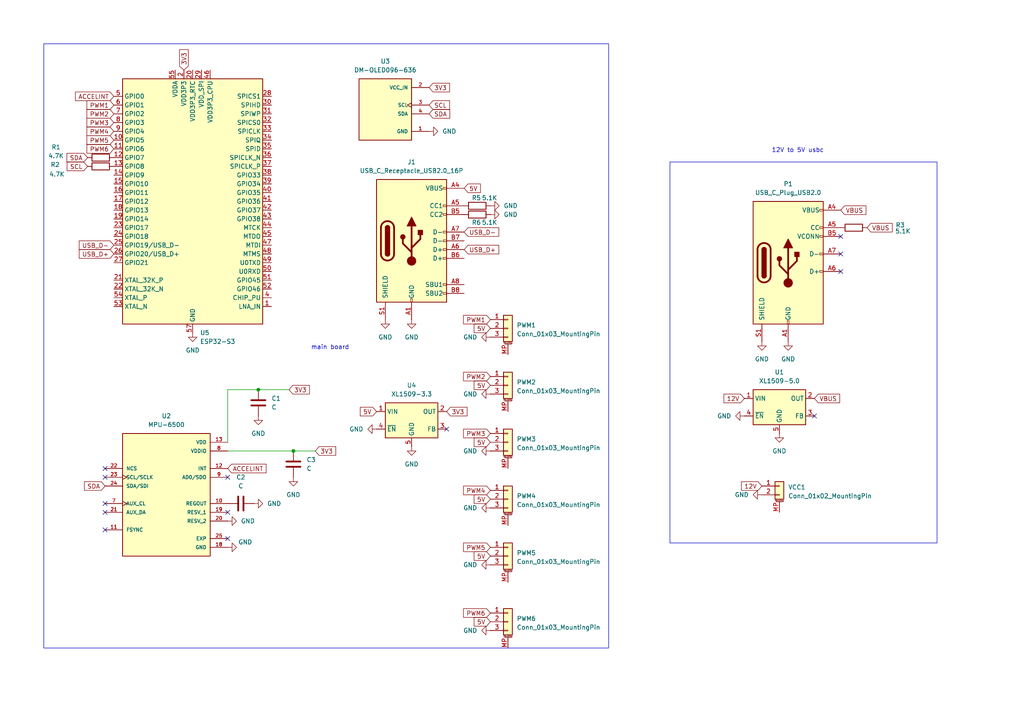
<source format=kicad_sch>
(kicad_sch (version 20250114) (generator "eeschema") (generator_version "9.0")
  (paper "A4")
  (lib_symbols
    (symbol "Connector:USB_C_Plug_USB2.0" (pin_names (offset 1.016))
      (property "Reference" "P" (at -10.16 19.05 0))
      (property "Value" "USB_C_Plug_USB2.0" (at 12.7 19.05 0))
      (symbol "USB_C_Plug_USB2.0_0_0"
        (rectangle (start -0.254 -17.78) (end 0.254 -16.764))
        (rectangle (start 10.16 15.494) (end 9.144 14.986))
        (rectangle (start 10.16 10.414) (end 9.144 9.906))
        (rectangle (start 10.16 7.874) (end 9.144 7.366))
        (rectangle (start 10.16 2.794) (end 9.144 2.286))
        (rectangle (start 10.16 -2.286) (end 9.144 -2.794))
      )
      (symbol "USB_C_Plug_USB2.0_0_1"
        (rectangle (start -10.16 17.78) (end 10.16 -17.78) (stroke (width 0.254)) (fill (type background)))
        (polyline (pts (xy -8.89 -3.81) (xy -8.89 3.81)) (stroke (width 0.508)))
        (rectangle (start -7.62 -3.81) (end -6.35 3.81) (stroke (width 0.254)) (fill (type outline)))
        (arc (start -7.62 3.81) (mid -6.985 4.4423) (end -6.35 3.81) (stroke (width 0.254)))
        (arc (start -7.62 3.81) (mid -6.985 4.4423) (end -6.35 3.81) (stroke (width 0.254)) (fill (type outline)))
        (arc (start -8.89 3.81) (mid -6.985 5.7067) (end -5.08 3.81) (stroke (width 0.508)))
        (arc (start -5.08 -3.81) (mid -6.985 -5.7067) (end -8.89 -3.81) (stroke (width 0.508)))
        (arc (start -6.35 -3.81) (mid -6.985 -4.4423) (end -7.62 -3.81) (stroke (width 0.254)))
        (arc (start -6.35 -3.81) (mid -6.985 -4.4423) (end -7.62 -3.81) (stroke (width 0.254)) (fill (type outline)))
        (polyline (pts (xy -5.08 3.81) (xy -5.08 -3.81)) (stroke (width 0.508)))
        (circle (center -2.54 1.143) (radius 0.635) (stroke (width 0.254)) (fill (type outline)))
        (polyline (pts (xy -1.27 4.318) (xy 0 6.858) (xy 1.27 4.318) (xy -1.27 4.318)) (stroke (width 0.254)) (fill (type outline)))
        (polyline (pts (xy 0 -2.032) (xy 2.54 0.508) (xy 2.54 1.778)) (stroke (width 0.508)))
        (polyline (pts (xy 0 -3.302) (xy -2.54 -0.762) (xy -2.54 0.508)) (stroke (width 0.508)))
        (polyline (pts (xy 0 -5.842) (xy 0 4.318)) (stroke (width 0.508)))
        (circle (center 0 -5.842) (radius 1.27) (fill (type outline)))
        (rectangle (start 1.905 1.778) (end 3.175 3.048) (stroke (width 0.254)) (fill (type outline)))
      )
      (symbol "USB_C_Plug_USB2.0_1_1"
        (pin passive line (at -7.62 -22.86 90) (length 5.08) (name "SHIELD") (number "S1"))
        (pin passive line (at 0 -22.86 90) (length 5.08) (name "GND") (number "A1"))
        (pin passive line (at 0 -22.86 90) (length 5.08) (hide yes) (name "GND") (number "A12"))
        (pin passive line (at 0 -22.86 90) (length 5.08) (hide yes) (name "GND") (number "B1"))
        (pin passive line (at 0 -22.86 90) (length 5.08) (hide yes) (name "GND") (number "B12"))
        (pin passive line (at 15.24 15.24 180) (length 5.08) (name "VBUS") (number "A4"))
        (pin passive line (at 15.24 15.24 180) (length 5.08) (hide yes) (name "VBUS") (number "A9"))
        (pin passive line (at 15.24 15.24 180) (length 5.08) (hide yes) (name "VBUS") (number "B4"))
        (pin passive line (at 15.24 15.24 180) (length 5.08) (hide yes) (name "VBUS") (number "B9"))
        (pin bidirectional line (at 15.24 10.16 180) (length 5.08) (name "CC") (number "A5"))
        (pin bidirectional line (at 15.24 7.62 180) (length 5.08) (name "VCONN") (number "B5"))
        (pin bidirectional line (at 15.24 2.54 180) (length 5.08) (name "D-") (number "A7"))
        (pin bidirectional line (at 15.24 -2.54 180) (length 5.08) (name "D+") (number "A6"))
      )
    )
    (symbol "Connector:USB_C_Receptacle_USB2.0_16P" (pin_names (offset 1.016))
      (property "Reference" "J" (at 0 22.225 0))
      (property "Value" "USB_C_Receptacle_USB2.0_16P" (at 0 19.685 0))
      (symbol "USB_C_Receptacle_USB2.0_16P_0_0"
        (rectangle (start -0.254 -17.78) (end 0.254 -16.764))
        (rectangle (start 10.16 15.494) (end 9.144 14.986))
        (rectangle (start 10.16 10.414) (end 9.144 9.906))
        (rectangle (start 10.16 7.874) (end 9.144 7.366))
        (rectangle (start 10.16 2.794) (end 9.144 2.286))
        (rectangle (start 10.16 0.254) (end 9.144 -0.254))
        (rectangle (start 10.16 -2.286) (end 9.144 -2.794))
        (rectangle (start 10.16 -4.826) (end 9.144 -5.334))
        (rectangle (start 10.16 -12.446) (end 9.144 -12.954))
        (rectangle (start 10.16 -14.986) (end 9.144 -15.494))
      )
      (symbol "USB_C_Receptacle_USB2.0_16P_0_1"
        (rectangle (start -10.16 17.78) (end 10.16 -17.78) (stroke (width 0.254)) (fill (type background)))
        (polyline (pts (xy -8.89 -3.81) (xy -8.89 3.81)) (stroke (width 0.508)))
        (rectangle (start -7.62 -3.81) (end -6.35 3.81) (stroke (width 0.254)) (fill (type outline)))
        (arc (start -7.62 3.81) (mid -6.985 4.4423) (end -6.35 3.81) (stroke (width 0.254)))
        (arc (start -7.62 3.81) (mid -6.985 4.4423) (end -6.35 3.81) (stroke (width 0.254)) (fill (type outline)))
        (arc (start -8.89 3.81) (mid -6.985 5.7067) (end -5.08 3.81) (stroke (width 0.508)))
        (arc (start -5.08 -3.81) (mid -6.985 -5.7067) (end -8.89 -3.81) (stroke (width 0.508)))
        (arc (start -6.35 -3.81) (mid -6.985 -4.4423) (end -7.62 -3.81) (stroke (width 0.254)))
        (arc (start -6.35 -3.81) (mid -6.985 -4.4423) (end -7.62 -3.81) (stroke (width 0.254)) (fill (type outline)))
        (polyline (pts (xy -5.08 3.81) (xy -5.08 -3.81)) (stroke (width 0.508)))
        (circle (center -2.54 1.143) (radius 0.635) (stroke (width 0.254)) (fill (type outline)))
        (polyline (pts (xy -1.27 4.318) (xy 0 6.858) (xy 1.27 4.318) (xy -1.27 4.318)) (stroke (width 0.254)) (fill (type outline)))
        (polyline (pts (xy 0 -2.032) (xy 2.54 0.508) (xy 2.54 1.778)) (stroke (width 0.508)))
        (polyline (pts (xy 0 -3.302) (xy -2.54 -0.762) (xy -2.54 0.508)) (stroke (width 0.508)))
        (polyline (pts (xy 0 -5.842) (xy 0 4.318)) (stroke (width 0.508)))
        (circle (center 0 -5.842) (radius 1.27) (fill (type outline)))
        (rectangle (start 1.905 1.778) (end 3.175 3.048) (stroke (width 0.254)) (fill (type outline)))
      )
      (symbol "USB_C_Receptacle_USB2.0_16P_1_1"
        (pin passive line (at -7.62 -22.86 90) (length 5.08) (name "SHIELD") (number "S1"))
        (pin passive line (at 0 -22.86 90) (length 5.08) (name "GND") (number "A1"))
        (pin passive line (at 0 -22.86 90) (length 5.08) (hide yes) (name "GND") (number "A12"))
        (pin passive line (at 0 -22.86 90) (length 5.08) (hide yes) (name "GND") (number "B1"))
        (pin passive line (at 0 -22.86 90) (length 5.08) (hide yes) (name "GND") (number "B12"))
        (pin passive line (at 15.24 15.24 180) (length 5.08) (name "VBUS") (number "A4"))
        (pin passive line (at 15.24 15.24 180) (length 5.08) (hide yes) (name "VBUS") (number "A9"))
        (pin passive line (at 15.24 15.24 180) (length 5.08) (hide yes) (name "VBUS") (number "B4"))
        (pin passive line (at 15.24 15.24 180) (length 5.08) (hide yes) (name "VBUS") (number "B9"))
        (pin bidirectional line (at 15.24 10.16 180) (length 5.08) (name "CC1") (number "A5"))
        (pin bidirectional line (at 15.24 7.62 180) (length 5.08) (name "CC2") (number "B5"))
        (pin bidirectional line (at 15.24 2.54 180) (length 5.08) (name "D-") (number "A7"))
        (pin bidirectional line (at 15.24 0 180) (length 5.08) (name "D-") (number "B7"))
        (pin bidirectional line (at 15.24 -2.54 180) (length 5.08) (name "D+") (number "A6"))
        (pin bidirectional line (at 15.24 -5.08 180) (length 5.08) (name "D+") (number "B6"))
        (pin bidirectional line (at 15.24 -12.7 180) (length 5.08) (name "SBU1") (number "A8"))
        (pin bidirectional line (at 15.24 -15.24 180) (length 5.08) (name "SBU2") (number "B8"))
      )
    )
    (symbol "Connector_Generic_MountingPin:Conn_01x02_MountingPin" (pin_names (offset 1.016) (hide yes))
      (property "Reference" "J" (at 0 2.54 0))
      (property "Value" "Conn_01x02_MountingPin" (at 1.27 -5.08 0))
      (symbol "Conn_01x02_MountingPin_1_1"
        (rectangle (start -1.27 1.27) (end 1.27 -3.81) (stroke (width 0.254)) (fill (type background)))
        (rectangle (start -1.27 0.127) (end 0 -0.127) (stroke (width 0.1524)))
        (rectangle (start -1.27 -2.413) (end 0 -2.667) (stroke (width 0.1524)))
        (polyline (pts (xy -1.016 -4.572) (xy 1.016 -4.572)) (stroke (width 0.1524)))
        (text "Mounting" (at 0 -4.191 0) (effects (font (size 0.381 0.381))))
        (pin passive line (at -5.08 0 0) (length 3.81) (name "Pin_1") (number "1"))
        (pin passive line (at -5.08 -2.54 0) (length 3.81) (name "Pin_2") (number "2"))
        (pin passive line (at 0 -7.62 90) (length 3.048) (name "MountPin") (number "MP"))
      )
    )
    (symbol "Connector_Generic_MountingPin:Conn_01x03_MountingPin" (pin_names (offset 1.016) (hide yes))
      (property "Reference" "J" (at 0 5.08 0))
      (property "Value" "Conn_01x03_MountingPin" (at 1.27 -5.08 0))
      (symbol "Conn_01x03_MountingPin_1_1"
        (rectangle (start -1.27 3.81) (end 1.27 -3.81) (stroke (width 0.254)) (fill (type background)))
        (rectangle (start -1.27 2.667) (end 0 2.413) (stroke (width 0.1524)))
        (rectangle (start -1.27 0.127) (end 0 -0.127) (stroke (width 0.1524)))
        (rectangle (start -1.27 -2.413) (end 0 -2.667) (stroke (width 0.1524)))
        (polyline (pts (xy -1.016 -4.572) (xy 1.016 -4.572)) (stroke (width 0.1524)))
        (text "Mounting" (at 0 -4.191 0) (effects (font (size 0.381 0.381))))
        (pin passive line (at -5.08 2.54 0) (length 3.81) (name "Pin_1") (number "1"))
        (pin passive line (at -5.08 0 0) (length 3.81) (name "Pin_2") (number "2"))
        (pin passive line (at -5.08 -2.54 0) (length 3.81) (name "Pin_3") (number "3"))
        (pin passive line (at 0 -7.62 90) (length 3.048) (name "MountPin") (number "MP"))
      )
    )
    (symbol "DM-OLED096-636:DM-OLED096-636" (pin_names (offset 1.016))
      (property "Reference" "U" (at -7.62 10.922 0))
      (property "Value" "DM-OLED096-636" (at -7.62 -10.16 0))
      (symbol "DM-OLED096-636_0_0"
        (rectangle (start -7.62 -7.62) (end 7.62 10.16) (stroke (width 0.254)) (fill (type background)))
        (pin power_in line (at 12.7 7.62 180) (length 5.08) (name "VCC_IN") (number "2"))
        (pin input clock (at 12.7 2.54 180) (length 5.08) (name "SCL") (number "3"))
        (pin bidirectional line (at 12.7 0 180) (length 5.08) (name "SDA") (number "4"))
        (pin power_in line (at 12.7 -5.08 180) (length 5.08) (name "GND") (number "1"))
      )
    )
    (symbol "Device:C" (pin_numbers (hide yes)) (pin_names (offset 0.254))
      (property "Reference" "C" (at 0.635 2.54 0))
      (property "Value" "C" (at 0.635 -2.54 0))
      (symbol "C_0_1"
        (polyline (pts (xy -2.032 0.762) (xy 2.032 0.762)) (stroke (width 0.508)))
        (polyline (pts (xy -2.032 -0.762) (xy 2.032 -0.762)) (stroke (width 0.508)))
      )
      (symbol "C_1_1"
        (pin passive line (at 0 3.81 270) (length 2.794) (name "~") (number "1"))
        (pin passive line (at 0 -3.81 90) (length 2.794) (name "~") (number "2"))
      )
    )
    (symbol "Device:R" (pin_numbers (hide yes)) (pin_names (offset 0))
      (property "Reference" "R" (at 2.032 0 90))
      (property "Value" "R" (at 0 0 90))
      (symbol "R_0_1"
        (rectangle (start -1.016 -2.54) (end 1.016 2.54) (stroke (width 0.254)))
      )
      (symbol "R_1_1"
        (pin passive line (at 0 3.81 270) (length 1.27) (name "~") (number "1"))
        (pin passive line (at 0 -3.81 90) (length 1.27) (name "~") (number "2"))
      )
    )
    (symbol "MCU_Espressif:ESP32-S3"
      (property "Reference" "U" (at 10.16 -38.1 0))
      (property "Value" "ESP32-S3" (at 13.97 -40.64 0))
      (symbol "ESP32-S3_0_1"
        (rectangle (start -20.32 35.56) (end 20.32 -35.56) (stroke (width 0.254)) (fill (type background)))
      )
      (symbol "ESP32-S3_1_0"
        (pin passive line (at -5.08 38.1 270) (length 2.54) (hide yes) (name "VDDA") (number "56"))
        (pin bidirectional line (at 22.86 12.7 180) (length 2.54) (name "SPICLK_N") (number "36"))
        (pin bidirectional line (at 22.86 -10.16 180) (length 2.54) (name "MTDO") (number "45"))
        (pin bidirectional line (at 22.86 -22.86 180) (length 2.54) (name "GPIO45") (number "51"))
      )
      (symbol "ESP32-S3_1_1"
        (pin bidirectional line (at -22.86 30.48 0) (length 2.54) (name "GPIO0") (number "5"))
        (pin bidirectional line (at -22.86 27.94 0) (length 2.54) (name "GPIO1") (number "6"))
        (pin bidirectional line (at -22.86 25.4 0) (length 2.54) (name "GPIO2") (number "7"))
        (pin bidirectional line (at -22.86 22.86 0) (length 2.54) (name "GPIO3") (number "8"))
        (pin bidirectional line (at -22.86 20.32 0) (length 2.54) (name "GPIO4") (number "9"))
        (pin bidirectional line (at -22.86 17.78 0) (length 2.54) (name "GPIO5") (number "10"))
        (pin bidirectional line (at -22.86 15.24 0) (length 2.54) (name "GPIO6") (number "11"))
        (pin bidirectional line (at -22.86 12.7 0) (length 2.54) (name "GPIO7") (number "12"))
        (pin bidirectional line (at -22.86 10.16 0) (length 2.54) (name "GPIO8") (number "13"))
        (pin bidirectional line (at -22.86 7.62 0) (length 2.54) (name "GPIO9") (number "14"))
        (pin bidirectional line (at -22.86 5.08 0) (length 2.54) (name "GPIO10") (number "15"))
        (pin bidirectional line (at -22.86 2.54 0) (length 2.54) (name "GPIO11") (number "16"))
        (pin bidirectional line (at -22.86 0 0) (length 2.54) (name "GPIO12") (number "17"))
        (pin bidirectional line (at -22.86 -2.54 0) (length 2.54) (name "GPIO13") (number "18"))
        (pin bidirectional line (at -22.86 -5.08 0) (length 2.54) (name "GPIO14") (number "19"))
        (pin bidirectional line (at -22.86 -7.62 0) (length 2.54) (name "GPIO17") (number "23"))
        (pin bidirectional line (at -22.86 -10.16 0) (length 2.54) (name "GPIO18") (number "24"))
        (pin bidirectional line (at -22.86 -12.7 0) (length 2.54) (name "GPIO19/USB_D-") (number "25"))
        (pin bidirectional line (at -22.86 -15.24 0) (length 2.54) (name "GPIO20/USB_D+") (number "26"))
        (pin bidirectional line (at -22.86 -17.78 0) (length 2.54) (name "GPIO21") (number "27"))
        (pin passive line (at -22.86 -22.86 0) (length 2.54) (name "XTAL_32K_P") (number "21"))
        (pin passive line (at -22.86 -25.4 0) (length 2.54) (name "XTAL_32K_N") (number "22"))
        (pin input line (at -22.86 -27.94 0) (length 2.54) (name "XTAL_P") (number "54"))
        (pin output line (at -22.86 -30.48 0) (length 2.54) (name "XTAL_N") (number "53"))
        (pin power_in line (at -5.08 38.1 270) (length 2.54) (name "VDDA") (number "55"))
        (pin power_in line (at -2.54 38.1 270) (length 2.54) (name "VDD3P3") (number "2"))
        (pin passive line (at -2.54 38.1 270) (length 2.54) (hide yes) (name "VDD3P3") (number "3"))
        (pin power_in line (at 0 38.1 270) (length 2.54) (name "VDD3P3_RTC") (number "20"))
        (pin power_in line (at 0 -38.1 90) (length 2.54) (name "GND") (number "57"))
        (pin power_in line (at 2.54 38.1 270) (length 2.54) (name "VDD_SPI") (number "29"))
        (pin power_in line (at 5.08 38.1 270) (length 2.54) (name "VDD3P3_CPU") (number "46"))
        (pin bidirectional line (at 22.86 30.48 180) (length 2.54) (name "SPICS1") (number "28"))
        (pin bidirectional line (at 22.86 27.94 180) (length 2.54) (name "SPIHD") (number "30"))
        (pin bidirectional line (at 22.86 25.4 180) (length 2.54) (name "SPIWP") (number "31"))
        (pin bidirectional line (at 22.86 22.86 180) (length 2.54) (name "SPICS0") (number "32"))
        (pin bidirectional line (at 22.86 20.32 180) (length 2.54) (name "SPICLK") (number "33"))
        (pin bidirectional line (at 22.86 17.78 180) (length 2.54) (name "SPIQ") (number "34"))
        (pin bidirectional line (at 22.86 15.24 180) (length 2.54) (name "SPID") (number "35"))
        (pin bidirectional line (at 22.86 10.16 180) (length 2.54) (name "SPICLK_P") (number "37"))
        (pin bidirectional line (at 22.86 7.62 180) (length 2.54) (name "GPIO33") (number "38"))
        (pin bidirectional line (at 22.86 5.08 180) (length 2.54) (name "GPIO34") (number "39"))
        (pin bidirectional line (at 22.86 2.54 180) (length 2.54) (name "GPIO35") (number "40"))
        (pin bidirectional line (at 22.86 0 180) (length 2.54) (name "GPIO36") (number "41"))
        (pin bidirectional line (at 22.86 -2.54 180) (length 2.54) (name "GPIO37") (number "42"))
        (pin bidirectional line (at 22.86 -5.08 180) (length 2.54) (name "GPIO38") (number "43"))
        (pin bidirectional line (at 22.86 -7.62 180) (length 2.54) (name "MTCK") (number "44"))
        (pin bidirectional line (at 22.86 -12.7 180) (length 2.54) (name "MTDI") (number "47"))
        (pin bidirectional line (at 22.86 -15.24 180) (length 2.54) (name "MTMS") (number "48"))
        (pin bidirectional line (at 22.86 -17.78 180) (length 2.54) (name "U0TXD") (number "49"))
        (pin bidirectional line (at 22.86 -20.32 180) (length 2.54) (name "U0RXD") (number "50"))
        (pin bidirectional line (at 22.86 -25.4 180) (length 2.54) (name "GPIO46") (number "52"))
        (pin input line (at 22.86 -27.94 180) (length 2.54) (name "CHIP_PU") (number "4"))
        (pin bidirectional line (at 22.86 -30.48 180) (length 2.54) (name "LNA_IN") (number "1"))
      )
    )
    (symbol "MPU-6500:MPU-6500" (pin_names (offset 1.016))
      (property "Reference" "U" (at -12.7 19.05 0))
      (property "Value" "MPU-6500" (at -12.7 -19.05 0))
      (symbol "MPU-6500_0_0"
        (rectangle (start -12.7 -17.78) (end 12.7 17.78) (stroke (width 0.254)) (fill (type background)))
        (pin input line (at -17.78 7.62 0) (length 5.08) (name "NCS") (number "22"))
        (pin input clock (at -17.78 5.08 0) (length 5.08) (name "SCL/SCLK") (number "23"))
        (pin bidirectional line (at -17.78 2.54 0) (length 5.08) (name "SDA/SDI") (number "24"))
        (pin input clock (at -17.78 -2.54 0) (length 5.08) (name "AUX_CL") (number "7"))
        (pin bidirectional line (at -17.78 -5.08 0) (length 5.08) (name "AUX_DA") (number "21"))
        (pin input line (at -17.78 -10.16 0) (length 5.08) (name "FSYNC") (number "11"))
        (pin power_in line (at 17.78 15.24 180) (length 5.08) (name "VDD") (number "13"))
        (pin power_in line (at 17.78 12.7 180) (length 5.08) (name "VDDIO") (number "8"))
        (pin output line (at 17.78 7.62 180) (length 5.08) (name "INT") (number "12"))
        (pin output line (at 17.78 5.08 180) (length 5.08) (name "AD0/SDO") (number "9"))
        (pin output line (at 17.78 -2.54 180) (length 5.08) (name "REGOUT") (number "10"))
        (pin passive line (at 17.78 -5.08 180) (length 5.08) (name "RESV_1") (number "19"))
        (pin passive line (at 17.78 -7.62 180) (length 5.08) (name "RESV_2") (number "20"))
        (pin passive line (at 17.78 -12.7 180) (length 5.08) (name "EXP") (number "25"))
        (pin power_in line (at 17.78 -15.24 180) (length 5.08) (name "GND") (number "18"))
      )
    )
    (symbol "Regulator_Switching:XL1509-3.3"
      (property "Reference" "U" (at -7.112 6.096 0))
      (property "Value" "XL1509-3.3" (at 5.842 6.096 0))
      (symbol "XL1509-3.3_0_1"
        (rectangle (start -7.62 5.08) (end 7.62 -5.08) (stroke (width 0.254)) (fill (type background)))
      )
      (symbol "XL1509-3.3_1_1"
        (pin power_in line (at -10.16 2.54 0) (length 2.54) (name "VIN") (number "1"))
        (pin input line (at -10.16 -2.54 0) (length 2.54) (name "~{EN}") (number "4"))
        (pin power_in line (at 0 -7.62 90) (length 2.54) (name "GND") (number "5"))
        (pin passive line (at 0 -7.62 90) (length 2.54) (hide yes) (name "GND") (number "6"))
        (pin passive line (at 0 -7.62 90) (length 2.54) (hide yes) (name "GND") (number "7"))
        (pin passive line (at 0 -7.62 90) (length 2.54) (hide yes) (name "GND") (number "8"))
        (pin power_out line (at 10.16 2.54 180) (length 2.54) (name "OUT") (number "2"))
        (pin input line (at 10.16 -2.54 180) (length 2.54) (name "FB") (number "3"))
      )
    )
    (symbol "Regulator_Switching:XL1509-5.0"
      (property "Reference" "U" (at -7.112 6.096 0))
      (property "Value" "XL1509-5.0" (at 5.842 6.096 0))
      (symbol "XL1509-5.0_0_1"
        (rectangle (start -7.62 5.08) (end 7.62 -5.08) (stroke (width 0.254)) (fill (type background)))
      )
      (symbol "XL1509-5.0_1_1"
        (pin power_in line (at -10.16 2.54 0) (length 2.54) (name "VIN") (number "1"))
        (pin input line (at -10.16 -2.54 0) (length 2.54) (name "~{EN}") (number "4"))
        (pin power_in line (at 0 -7.62 90) (length 2.54) (name "GND") (number "5"))
        (pin passive line (at 0 -7.62 90) (length 2.54) (hide yes) (name "GND") (number "6"))
        (pin passive line (at 0 -7.62 90) (length 2.54) (hide yes) (name "GND") (number "7"))
        (pin passive line (at 0 -7.62 90) (length 2.54) (hide yes) (name "GND") (number "8"))
        (pin power_out line (at 10.16 2.54 180) (length 2.54) (name "OUT") (number "2"))
        (pin input line (at 10.16 -2.54 180) (length 2.54) (name "FB") (number "3"))
      )
    )
    (symbol "power:GND" (power) (pin_numbers (hide yes)) (pin_names (offset 0) (hide yes))
      (property "Value" "GND" (at 0 -3.81 0))
      (symbol "GND_0_1"
        (polyline (pts (xy 0 0) (xy 0 -1.27) (xy 1.27 -1.27) (xy 0 -2.54) (xy -1.27 -1.27) (xy 0 -1.27)))
      )
      (symbol "GND_1_1"
        (pin power_in line (at 0 0 270) (length 0) (name "~") (number "1"))
      )
    )
  )
  (rectangle (start 194.31 46.99) (end 271.78 157.48))
  (rectangle (start 12.7 12.7) (end 176.53 187.96))
  (text "12V to 5V usbc\n" (at 231.394 43.688 0) (effects (font (size 1.27 1.27))))
  (text "main board" (at 95.758 100.838 0) (effects (font (size 1.27 1.27))))
  (junction (at 74.93 113.03))
  (junction (at 85.09 130.81))
  (no_connect (at 66.04 148.59))
  (no_connect (at 236.22 120.65))
  (no_connect (at 30.48 138.43))
  (no_connect (at 66.04 156.21))
  (no_connect (at 66.04 138.43))
  (no_connect (at 30.48 153.67))
  (no_connect (at 30.48 135.89))
  (no_connect (at 30.48 146.05))
  (no_connect (at 243.84 78.74))
  (no_connect (at 30.48 148.59))
  (no_connect (at 243.84 73.66))
  (no_connect (at 243.84 68.58))
  (no_connect (at 129.54 124.46))
  (wire (pts (xy 85.09 130.81) (xy 91.44 130.81)))
  (wire (pts (xy 66.04 130.81) (xy 85.09 130.81)))
  (wire (pts (xy 74.93 113.03) (xy 83.82 113.03)))
  (wire (pts (xy 66.04 113.03) (xy 66.04 128.27)))
  (wire (pts (xy 74.93 113.03) (xy 66.04 113.03)))
  (global_label "3V3" (shape input) (at 83.82 113.03 0) (property "Intersheetrefs" "${INTERSHEET_REFS}" (effects (hide yes))))
  (global_label "PWM4" (shape input) (at 142.24 142.24 180) (property "Intersheetrefs" "${INTERSHEET_REFS}" (effects (hide yes))))
  (global_label "SCL" (shape input) (at 25.4 48.26 180) (property "Intersheetrefs" "${INTERSHEET_REFS}" (effects (hide yes))))
  (global_label "SDA" (shape input) (at 124.46 33.02 0) (property "Intersheetrefs" "${INTERSHEET_REFS}" (effects (hide yes))))
  (global_label "5V" (shape input) (at 142.24 128.27 180) (property "Intersheetrefs" "${INTERSHEET_REFS}" (effects (hide yes))))
  (global_label "PWM4" (shape input) (at 33.02 38.1 180) (property "Intersheetrefs" "${INTERSHEET_REFS}" (effects (hide yes))))
  (global_label "USB_D-" (shape input) (at 134.62 67.31 0) (property "Intersheetrefs" "${INTERSHEET_REFS}" (effects (hide yes))))
  (global_label "PWM2" (shape input) (at 33.02 33.02 180) (property "Intersheetrefs" "${INTERSHEET_REFS}" (effects (hide yes))))
  (global_label "SDA" (shape input) (at 30.48 140.97 180) (property "Intersheetrefs" "${INTERSHEET_REFS}" (effects (hide yes))))
  (global_label "5V" (shape input) (at 134.62 54.61 0) (property "Intersheetrefs" "${INTERSHEET_REFS}" (effects (hide yes))))
  (global_label "12V" (shape input) (at 215.9 115.57 180) (property "Intersheetrefs" "${INTERSHEET_REFS}" (effects (hide yes))))
  (global_label "PWM3" (shape input) (at 142.24 125.73 180) (property "Intersheetrefs" "${INTERSHEET_REFS}" (effects (hide yes))))
  (global_label "PWM6" (shape input) (at 142.24 177.8 180) (property "Intersheetrefs" "${INTERSHEET_REFS}" (effects (hide yes))))
  (global_label "USB_D-" (shape input) (at 33.02 71.12 180) (property "Intersheetrefs" "${INTERSHEET_REFS}" (effects (hide yes))))
  (global_label "12V" (shape input) (at 220.98 140.97 180) (property "Intersheetrefs" "${INTERSHEET_REFS}" (effects (hide yes))))
  (global_label "VBUS" (shape input) (at 243.84 60.96 0) (property "Intersheetrefs" "${INTERSHEET_REFS}" (effects (hide yes))))
  (global_label "3V3" (shape input) (at 91.44 130.81 0) (property "Intersheetrefs" "${INTERSHEET_REFS}" (effects (hide yes))))
  (global_label "PWM5" (shape input) (at 33.02 40.64 180) (property "Intersheetrefs" "${INTERSHEET_REFS}" (effects (hide yes))))
  (global_label "PWM2" (shape input) (at 142.24 109.22 180) (property "Intersheetrefs" "${INTERSHEET_REFS}" (effects (hide yes))))
  (global_label "VBUS" (shape input) (at 236.22 115.57 0) (property "Intersheetrefs" "${INTERSHEET_REFS}" (effects (hide yes))))
  (global_label "PWM1" (shape input) (at 142.24 92.71 180) (property "Intersheetrefs" "${INTERSHEET_REFS}" (effects (hide yes))))
  (global_label "3V3" (shape input) (at 124.46 25.4 0) (property "Intersheetrefs" "${INTERSHEET_REFS}" (effects (hide yes))))
  (global_label "5V" (shape input) (at 142.24 180.34 180) (property "Intersheetrefs" "${INTERSHEET_REFS}" (effects (hide yes))))
  (global_label "5V" (shape input) (at 142.24 111.76 180) (property "Intersheetrefs" "${INTERSHEET_REFS}" (effects (hide yes))))
  (global_label "VBUS" (shape input) (at 251.46 66.04 0) (property "Intersheetrefs" "${INTERSHEET_REFS}" (effects (hide yes))))
  (global_label "USB_D+" (shape input) (at 33.02 73.66 180) (property "Intersheetrefs" "${INTERSHEET_REFS}" (effects (hide yes))))
  (global_label "3V3" (shape input) (at 129.54 119.38 0) (property "Intersheetrefs" "${INTERSHEET_REFS}" (effects (hide yes))))
  (global_label "ACCELINT" (shape input) (at 66.04 135.89 0) (property "Intersheetrefs" "${INTERSHEET_REFS}" (effects (hide yes))))
  (global_label "SCL" (shape input) (at 124.46 30.48 0) (property "Intersheetrefs" "${INTERSHEET_REFS}" (effects (hide yes))))
  (global_label "PWM5" (shape input) (at 142.24 158.75 180) (property "Intersheetrefs" "${INTERSHEET_REFS}" (effects (hide yes))))
  (global_label "PWM3" (shape input) (at 33.02 35.56 180) (property "Intersheetrefs" "${INTERSHEET_REFS}" (effects (hide yes))))
  (global_label "5V" (shape input) (at 142.24 144.78 180) (property "Intersheetrefs" "${INTERSHEET_REFS}" (effects (hide yes))))
  (global_label "PWM1" (shape input) (at 33.02 30.48 180) (property "Intersheetrefs" "${INTERSHEET_REFS}" (effects (hide yes))))
  (global_label "5V" (shape input) (at 109.22 119.38 180) (property "Intersheetrefs" "${INTERSHEET_REFS}" (effects (hide yes))))
  (global_label "3V3" (shape input) (at 53.34 20.32 90) (property "Intersheetrefs" "${INTERSHEET_REFS}" (effects (hide yes))))
  (global_label "ACCELINT" (shape input) (at 33.02 27.94 180) (property "Intersheetrefs" "${INTERSHEET_REFS}" (effects (hide yes))))
  (global_label "5V" (shape input) (at 142.24 161.29 180) (property "Intersheetrefs" "${INTERSHEET_REFS}" (effects (hide yes))))
  (global_label "PWM6" (shape input) (at 33.02 43.18 180) (property "Intersheetrefs" "${INTERSHEET_REFS}" (effects (hide yes))))
  (global_label "USB_D+" (shape input) (at 134.62 72.39 0) (property "Intersheetrefs" "${INTERSHEET_REFS}" (effects (hide yes))))
  (global_label "5V" (shape input) (at 142.24 95.25 180) (property "Intersheetrefs" "${INTERSHEET_REFS}" (effects (hide yes))))
  (global_label "SDA" (shape input) (at 25.4 45.72 180) (property "Intersheetrefs" "${INTERSHEET_REFS}" (effects (hide yes))))
  (symbol (lib_id "Device:R") (at 138.43 59.69 90) (unit 1)
    (property "Reference" "R5" (at 138.176 57.404 90))
    (property "Value" "5.1K" (at 141.986 57.404 90))
    (property "Footprint" "Resistor_SMD:R_0201_0603Metric" (effects (hide yes)))
    (property "Description" "Resistor" (effects (hide yes)))
  )
  (symbol (lib_id "power:GND") (at 111.76 92.71 0) (unit 1)
    (property "Reference" "#PWR011" (effects (hide yes)))
    (property "Value" "GND" (at 111.76 97.79 0))
    (property "Description" "Power symbol creates a global label with name \"GND\" , ground" (effects (hide yes)))
  )
  (symbol (lib_id "Device:C") (at 74.93 116.84 0) (unit 1)
    (property "Reference" "C1" (at 78.74 115.5699 0) (effects (justify left)))
    (property "Value" "C" (at 78.74 118.1099 0) (effects (justify left)))
    (property "Footprint" "Capacitor_SMD:C_0402_1005Metric" (effects (hide yes)))
    (property "Description" "Unpolarized capacitor" (effects (hide yes)))
  )
  (symbol (lib_id "MCU_Espressif:ESP32-S3") (at 55.88 58.42 0) (unit 1)
    (property "Reference" "U5" (at 58.0233 96.52 0) (effects (justify left)))
    (property "Value" "ESP32-S3" (at 58.0233 99.06 0) (effects (justify left)))
    (property "Footprint" "Package_DFN_QFN:QFN-56-1EP_7x7mm_P0.4mm_EP4x4mm" (effects (hide yes)))
    (property "Datasheet" "https://www.espressif.com/sites/default/files/documentation/esp32-s3_datasheet_en.pdf" (effects (hide yes)))
    (property "Description" "Microcontroller, Wi-Fi 802.11b/g/n, Bluetooth, 32bit" (effects (hide yes)))
  )
  (symbol (lib_id "Device:R") (at 138.43 62.23 90) (unit 1)
    (property "Reference" "R6" (at 138.176 64.516 90))
    (property "Value" "5.1K" (at 141.986 64.516 90))
    (property "Footprint" "Resistor_SMD:R_0201_0603Metric" (effects (hide yes)))
    (property "Description" "Resistor" (effects (hide yes)))
  )
  (symbol (lib_id "power:GND") (at 119.38 129.54 0) (unit 1)
    (property "Reference" "#PWR014" (effects (hide yes)))
    (property "Value" "GND" (at 119.38 134.62 0))
    (property "Description" "Power symbol creates a global label with name \"GND\" , ground" (effects (hide yes)))
  )
  (symbol (lib_id "power:GND") (at 74.93 120.65 0) (unit 1)
    (property "Reference" "#PWR04" (effects (hide yes)))
    (property "Value" "GND" (at 74.93 125.73 0))
    (property "Description" "Power symbol creates a global label with name \"GND\" , ground" (effects (hide yes)))
  )
  (symbol (lib_id "power:GND") (at 73.66 146.05 90) (unit 1)
    (property "Reference" "#PWR05" (effects (hide yes)))
    (property "Value" "GND" (at 77.47 146.0499 90) (effects (justify right)))
    (property "Description" "Power symbol creates a global label with name \"GND\" , ground" (effects (hide yes)))
  )
  (symbol (lib_id "Connector_Generic_MountingPin:Conn_01x03_MountingPin") (at 147.32 161.29 0) (unit 1)
    (property "Reference" "PWM5" (at 149.86 160.3755 0) (effects (justify left)))
    (property "Value" "Conn_01x03_MountingPin" (at 149.86 162.9155 0) (effects (justify left)))
    (property "Footprint" "Connector_PinHeader_1.00mm:PinHeader_1x03_P1.00mm_Vertical" (effects (hide yes)))
    (property "Description" "Generic connectable mounting pin connector, single row, 01x03, script generated (kicad-library-utils/schlib/autogen/connector/)" (effects (hide yes)))
  )
  (symbol (lib_id "power:GND") (at 142.24 182.88 270) (unit 1)
    (property "Reference" "#PWR07" (effects (hide yes)))
    (property "Value" "GND" (at 138.43 182.8799 90) (effects (justify right)))
    (property "Description" "Power symbol creates a global label with name \"GND\" , ground" (effects (hide yes)))
  )
  (symbol (lib_id "power:GND") (at 228.6 99.06 0) (unit 1)
    (property "Reference" "#PWR026" (effects (hide yes)))
    (property "Value" "GND" (at 228.6 104.14 0))
    (property "Description" "Power symbol creates a global label with name \"GND\" , ground" (effects (hide yes)))
  )
  (symbol (lib_id "power:GND") (at 55.88 96.52 0) (unit 1)
    (property "Reference" "#PWR09" (effects (hide yes)))
    (property "Value" "GND" (at 55.88 101.6 0))
    (property "Description" "Power symbol creates a global label with name \"GND\" , ground" (effects (hide yes)))
  )
  (symbol (lib_id "power:GND") (at 66.04 151.13 90) (unit 1)
    (property "Reference" "#PWR01" (effects (hide yes)))
    (property "Value" "GND" (at 69.85 151.1299 90) (effects (justify right)))
    (property "Description" "Power symbol creates a global label with name \"GND\" , ground" (effects (hide yes)))
  )
  (symbol (lib_id "power:GND") (at 226.06 125.73 0) (unit 1)
    (property "Reference" "#PWR03" (effects (hide yes)))
    (property "Value" "GND" (at 226.06 130.81 0))
    (property "Description" "Power symbol creates a global label with name \"GND\" , ground" (effects (hide yes)))
  )
  (symbol (lib_id "Connector_Generic_MountingPin:Conn_01x03_MountingPin") (at 147.32 144.78 0) (unit 1)
    (property "Reference" "PWM4" (at 149.86 143.8655 0) (effects (justify left)))
    (property "Value" "Conn_01x03_MountingPin" (at 149.86 146.4055 0) (effects (justify left)))
    (property "Footprint" "Connector_PinHeader_1.00mm:PinHeader_1x03_P1.00mm_Vertical" (effects (hide yes)))
    (property "Description" "Generic connectable mounting pin connector, single row, 01x03, script generated (kicad-library-utils/schlib/autogen/connector/)" (effects (hide yes)))
  )
  (symbol (lib_id "power:GND") (at 66.04 158.75 90) (unit 1)
    (property "Reference" "#PWR02" (effects (hide yes)))
    (property "Value" "GND" (at 69.088 157.226 90) (effects (justify right)))
    (property "Description" "Power symbol creates a global label with name \"GND\" , ground" (effects (hide yes)))
  )
  (symbol (lib_id "DM-OLED096-636:DM-OLED096-636") (at 111.76 33.02 0) (unit 1)
    (property "Reference" "U3" (at 111.76 17.78 0))
    (property "Value" "DM-OLED096-636" (at 111.76 20.32 0))
    (property "Footprint" "DM-OLED096-636:MODULE_DM-OLED096-636" (effects (hide yes)))
    (property "MF" "Display Module" (effects (hide yes)))
    (property "MAXIMUM_PACKAGE_HEIGHT" "11.3 mm" (effects (hide yes)))
    (property "Package" "Package" (effects (hide yes)))
    (property "Price" "None" (effects (hide yes)))
    (property "Check_prices" "https://www.snapeda.com/parts/DM-OLED096-636/Display+Module/view-part/?ref=eda" (effects (hide yes)))
    (property "STANDARD" "Manufacturer Recommendations" (effects (hide yes)))
    (property "PARTREV" "2018-09-10" (effects (hide yes)))
    (property "SnapEDA_Link" "https://www.snapeda.com/parts/DM-OLED096-636/Display+Module/view-part/?ref=snap" (effects (hide yes)))
    (property "MP" "DM-OLED096-636" (effects (hide yes)))
    (property "Description_1" "0.96” 128 X 64 MONOCHROME GRAPHIC OLED DISPLAY MODULE - I2C" (effects (hide yes)))
    (property "Availability" "Not in stock" (effects (hide yes)))
    (property "MANUFACTURER" "Displaymodule" (effects (hide yes)))
  )
  (symbol (lib_id "power:GND") (at 215.9 120.65 270) (unit 1)
    (property "Reference" "#PWR020" (effects (hide yes)))
    (property "Value" "GND" (at 212.09 120.6499 90) (effects (justify right)))
    (property "Description" "Power symbol creates a global label with name \"GND\" , ground" (effects (hide yes)))
  )
  (symbol (lib_id "Device:R") (at 29.21 45.72 90) (unit 1)
    (property "Reference" "R1" (at 16.256 42.672 90))
    (property "Value" "4.7K" (at 16.256 45.212 90))
    (property "Footprint" "Resistor_SMD:R_0201_0603Metric" (effects (hide yes)))
    (property "Description" "Resistor" (effects (hide yes)))
  )
  (symbol (lib_id "Connector_Generic_MountingPin:Conn_01x02_MountingPin") (at 226.06 140.97 0) (unit 1)
    (property "Reference" "VCC1" (at 228.6 141.3255 0) (effects (justify left)))
    (property "Value" "Conn_01x02_MountingPin" (at 228.6 143.8655 0) (effects (justify left)))
    (property "Footprint" "Connector_PinHeader_1.00mm:PinHeader_1x02_P1.00mm_Vertical" (effects (hide yes)))
    (property "Description" "Generic connectable mounting pin connector, single row, 01x02, script generated (kicad-library-utils/schlib/autogen/connector/)" (effects (hide yes)))
  )
  (symbol (lib_id "power:GND") (at 220.98 99.06 0) (unit 1)
    (property "Reference" "#PWR027" (effects (hide yes)))
    (property "Value" "GND" (at 220.98 104.14 0))
    (property "Description" "Power symbol creates a global label with name \"GND\" , ground" (effects (hide yes)))
  )
  (symbol (lib_id "Connector:USB_C_Plug_USB2.0") (at 228.6 76.2 0) (unit 1)
    (property "Reference" "P1" (at 228.6 53.34 0))
    (property "Value" "USB_C_Plug_USB2.0" (at 228.6 55.88 0))
    (property "Footprint" "Connector_USB:USB_C_Plug_JAE_DX07P024AJ1" (effects (hide yes)))
    (property "Datasheet" "https://www.usb.org/sites/default/files/documents/usb_type-c.zip" (effects (hide yes)))
    (property "Description" "USB 2.0-only Type-C Plug connector" (effects (hide yes)))
  )
  (symbol (lib_id "power:GND") (at 142.24 114.3 270) (unit 1)
    (property "Reference" "#PWR018" (effects (hide yes)))
    (property "Value" "GND" (at 138.43 114.2999 90) (effects (justify right)))
    (property "Description" "Power symbol creates a global label with name \"GND\" , ground" (effects (hide yes)))
  )
  (symbol (lib_id "power:GND") (at 119.38 92.71 0) (unit 1)
    (property "Reference" "#PWR010" (effects (hide yes)))
    (property "Value" "GND" (at 119.38 97.79 0))
    (property "Description" "Power symbol creates a global label with name \"GND\" , ground" (effects (hide yes)))
  )
  (symbol (lib_id "Connector:USB_C_Receptacle_USB2.0_16P") (at 119.38 69.85 0) (unit 1)
    (property "Reference" "J1" (at 119.38 46.99 0))
    (property "Value" "USB_C_Receptacle_USB2.0_16P" (at 119.38 49.53 0))
    (property "Footprint" "Connector_USB:USB_C_Receptacle_GCT_USB4105-xx-A_16P_TopMnt_Horizontal" (effects (hide yes)))
    (property "Datasheet" "https://www.usb.org/sites/default/files/documents/usb_type-c.zip" (effects (hide yes)))
    (property "Description" "USB 2.0-only 16P Type-C Receptacle connector" (effects (hide yes)))
  )
  (symbol (lib_id "MPU-6500:MPU-6500") (at 48.26 143.51 0) (unit 1)
    (property "Reference" "U2" (at 48.26 120.65 0))
    (property "Value" "MPU-6500" (at 48.26 123.19 0))
    (property "Footprint" "MPU-6500:QFN40P300X300X95-25N" (effects (hide yes)))
    (property "B_NOM" "0.2" (effects (hide yes)))
    (property "PIN_COUNT_D" "6.0" (effects (hide yes)))
    (property "Check_prices" "https://www.snapeda.com/parts/MPU-6500/TDK/view-part/?ref=eda" (effects (hide yes)))
    (property "B_MAX" "0.25" (effects (hide yes)))
    (property "Description_1" "MotionTracking Device Digital Output 1.8V 24-Pin QFN EP T/R" (effects (hide yes)))
    (property "Price" "None" (effects (hide yes)))
    (property "ENOM" "0.4" (effects (hide yes)))
    (property "D_NOM" "3.0" (effects (hide yes)))
    (property "D_MAX" "3.1" (effects (hide yes)))
    (property "L_MAX" "0.25" (effects (hide yes)))
    (property "Package" "QFN-24 TDK" (effects (hide yes)))
    (property "E2_NOM" "1.54" (effects (hide yes)))
    (property "D2_NOM" "1.7" (effects (hide yes)))
    (property "PARTREV" "1.3" (effects (hide yes)))
    (property "SnapEDA_Link" "https://www.snapeda.com/parts/MPU-6500/TDK/view-part/?ref=snap" (effects (hide yes)))
    (property "E_NOM" "3.0" (effects (hide yes)))
    (property "B_MIN" "0.15" (effects (hide yes)))
    (property "STANDARD" "IPC 7351B" (effects (hide yes)))
    (property "L_NOM" "0.3" (effects (hide yes)))
    (property "MANUFACTURER" "TDK InvenSense" (effects (hide yes)))
    (property "MF" "TDK InvenSense" (effects (hide yes)))
    (property "MAXIMUM_PACKAGE_HEIGHT" "0.95 mm" (effects (hide yes)))
    (property "PIN_COUNT_E" "6.0" (effects (hide yes)))
    (property "E_MIN" "2.9" (effects (hide yes)))
    (property "D_MIN" "2.9" (effects (hide yes)))
    (property "MP" "MPU-6500" (effects (hide yes)))
    (property "L_MIN" "0.15" (effects (hide yes)))
    (property "Availability" "In Stock" (effects (hide yes)))
    (property "E_MAX" "3.1" (effects (hide yes)))
  )
  (symbol (lib_id "power:GND") (at 220.98 143.51 270) (unit 1)
    (property "Reference" "#PWR012" (effects (hide yes)))
    (property "Value" "GND" (at 217.17 143.5099 90) (effects (justify right)))
    (property "Description" "Power symbol creates a global label with name \"GND\" , ground" (effects (hide yes)))
  )
  (symbol (lib_id "Device:R") (at 29.21 48.26 90) (unit 1)
    (property "Reference" "R2" (at 16.002 47.752 90))
    (property "Value" "4.7K" (at 16.51 50.546 90))
    (property "Footprint" "Resistor_SMD:R_0201_0603Metric" (effects (hide yes)))
    (property "Description" "Resistor" (effects (hide yes)))
  )
  (symbol (lib_id "Device:R") (at 247.65 66.04 90) (unit 1)
    (property "Reference" "R3" (at 261.112 65.278 90))
    (property "Value" "5.1K" (at 261.874 67.056 90))
    (property "Footprint" "Resistor_SMD:R_0201_0603Metric" (effects (hide yes)))
    (property "Description" "Resistor" (effects (hide yes)))
  )
  (symbol (lib_id "power:GND") (at 142.24 62.23 90) (unit 1)
    (property "Reference" "#PWR025" (effects (hide yes)))
    (property "Value" "GND" (at 146.05 62.2299 90) (effects (justify right)))
    (property "Description" "Power symbol creates a global label with name \"GND\" , ground" (effects (hide yes)))
  )
  (symbol (lib_id "power:GND") (at 142.24 59.69 90) (unit 1)
    (property "Reference" "#PWR024" (effects (hide yes)))
    (property "Value" "GND" (at 146.05 59.6899 90) (effects (justify right)))
    (property "Description" "Power symbol creates a global label with name \"GND\" , ground" (effects (hide yes)))
  )
  (symbol (lib_id "Connector_Generic_MountingPin:Conn_01x03_MountingPin") (at 147.32 128.27 0) (unit 1)
    (property "Reference" "PWM3" (at 149.86 127.3555 0) (effects (justify left)))
    (property "Value" "Conn_01x03_MountingPin" (at 149.86 129.8955 0) (effects (justify left)))
    (property "Footprint" "Connector_PinHeader_1.00mm:PinHeader_1x03_P1.00mm_Vertical" (effects (hide yes)))
    (property "Description" "Generic connectable mounting pin connector, single row, 01x03, script generated (kicad-library-utils/schlib/autogen/connector/)" (effects (hide yes)))
  )
  (symbol (lib_id "Regulator_Switching:XL1509-5.0") (at 226.06 118.11 0) (unit 1)
    (property "Reference" "U1" (at 226.06 107.95 0))
    (property "Value" "XL1509-5.0" (at 226.06 110.49 0))
    (property "Footprint" "Package_SO:SOIC-8_3.9x4.9mm_P1.27mm" (effects (hide yes)))
    (property "Datasheet" "https://datasheet.lcsc.com/lcsc/1809050422_XLSEMI-XL1509-5-0E1_C61063.pdf" (effects (hide yes)))
    (property "Description" "Buck DC/DC Converter, 2A, 5V Output Voltage, 7-40V Input Voltage" (effects (hide yes)))
  )
  (symbol (lib_id "power:GND") (at 142.24 163.83 270) (unit 1)
    (property "Reference" "#PWR015" (effects (hide yes)))
    (property "Value" "GND" (at 138.43 163.8299 90) (effects (justify right)))
    (property "Description" "Power symbol creates a global label with name \"GND\" , ground" (effects (hide yes)))
  )
  (symbol (lib_id "power:GND") (at 85.09 138.43 0) (unit 1)
    (property "Reference" "#PWR06" (effects (hide yes)))
    (property "Value" "GND" (at 85.09 143.51 0))
    (property "Description" "Power symbol creates a global label with name \"GND\" , ground" (effects (hide yes)))
  )
  (symbol (lib_id "power:GND") (at 124.46 38.1 90) (unit 1)
    (property "Reference" "#PWR08" (effects (hide yes)))
    (property "Value" "GND" (at 128.27 38.0999 90) (effects (justify right)))
    (property "Description" "Power symbol creates a global label with name \"GND\" , ground" (effects (hide yes)))
  )
  (symbol (lib_id "Connector_Generic_MountingPin:Conn_01x03_MountingPin") (at 147.32 111.76 0) (unit 1)
    (property "Reference" "PWM2" (at 149.86 110.8455 0) (effects (justify left)))
    (property "Value" "Conn_01x03_MountingPin" (at 149.86 113.3855 0) (effects (justify left)))
    (property "Footprint" "Connector_PinHeader_1.00mm:PinHeader_1x03_P1.00mm_Vertical" (effects (hide yes)))
    (property "Description" "Generic connectable mounting pin connector, single row, 01x03, script generated (kicad-library-utils/schlib/autogen/connector/)" (effects (hide yes)))
  )
  (symbol (lib_id "Device:C") (at 85.09 134.62 180) (unit 1)
    (property "Reference" "C3" (at 88.9 133.3499 0) (effects (justify right)))
    (property "Value" "C" (at 88.9 135.8899 0) (effects (justify right)))
    (property "Footprint" "Capacitor_SMD:C_0402_1005Metric" (effects (hide yes)))
    (property "Description" "Unpolarized capacitor" (effects (hide yes)))
  )
  (symbol (lib_id "power:GND") (at 142.24 97.79 270) (unit 1)
    (property "Reference" "#PWR019" (effects (hide yes)))
    (property "Value" "GND" (at 138.43 97.7899 90) (effects (justify right)))
    (property "Description" "Power symbol creates a global label with name \"GND\" , ground" (effects (hide yes)))
  )
  (symbol (lib_id "Connector_Generic_MountingPin:Conn_01x03_MountingPin") (at 147.32 180.34 0) (unit 1)
    (property "Reference" "PWM6" (at 149.86 179.4255 0) (effects (justify left)))
    (property "Value" "Conn_01x03_MountingPin" (at 149.86 181.9655 0) (effects (justify left)))
    (property "Footprint" "Connector_PinHeader_1.00mm:PinHeader_1x03_P1.00mm_Vertical" (effects (hide yes)))
    (property "Description" "Generic connectable mounting pin connector, single row, 01x03, script generated (kicad-library-utils/schlib/autogen/connector/)" (effects (hide yes)))
  )
  (symbol (lib_id "Connector_Generic_MountingPin:Conn_01x03_MountingPin") (at 147.32 95.25 0) (unit 1)
    (property "Reference" "PWM1" (at 149.86 94.3355 0) (effects (justify left)))
    (property "Value" "Conn_01x03_MountingPin" (at 149.86 96.8755 0) (effects (justify left)))
    (property "Footprint" "Connector_PinHeader_1.00mm:PinHeader_1x03_P1.00mm_Vertical" (effects (hide yes)))
    (property "Description" "Generic connectable mounting pin connector, single row, 01x03, script generated (kicad-library-utils/schlib/autogen/connector/)" (effects (hide yes)))
  )
  (symbol (lib_id "Device:C") (at 69.85 146.05 90) (unit 1)
    (property "Reference" "C2" (at 69.85 138.43 90))
    (property "Value" "C" (at 69.85 140.97 90))
    (property "Footprint" "Capacitor_SMD:C_0402_1005Metric" (effects (hide yes)))
    (property "Description" "Unpolarized capacitor" (effects (hide yes)))
  )
  (symbol (lib_id "power:GND") (at 142.24 130.81 270) (unit 1)
    (property "Reference" "#PWR017" (effects (hide yes)))
    (property "Value" "GND" (at 138.43 130.8099 90) (effects (justify right)))
    (property "Description" "Power symbol creates a global label with name \"GND\" , ground" (effects (hide yes)))
  )
  (symbol (lib_id "power:GND") (at 109.22 124.46 270) (unit 1)
    (property "Reference" "#PWR013" (effects (hide yes)))
    (property "Value" "GND" (at 105.41 124.4599 90) (effects (justify right)))
    (property "Description" "Power symbol creates a global label with name \"GND\" , ground" (effects (hide yes)))
  )
  (symbol (lib_id "Regulator_Switching:XL1509-3.3") (at 119.38 121.92 0) (unit 1)
    (property "Reference" "U4" (at 119.38 111.76 0))
    (property "Value" "XL1509-3.3" (at 119.38 114.3 0))
    (property "Footprint" "Package_SO:SOIC-8_3.9x4.9mm_P1.27mm" (effects (hide yes)))
    (property "Datasheet" "https://datasheet.lcsc.com/lcsc/1809050422_XLSEMI-XL1509-5-0E1_C61063.pdf" (effects (hide yes)))
    (property "Description" "Buck DC/DC Converter, 2A, 3.3V Output Voltage, 4.5-40V Input Voltage" (effects (hide yes)))
  )
  (symbol (lib_id "power:GND") (at 142.24 147.32 270) (unit 1)
    (property "Reference" "#PWR016" (effects (hide yes)))
    (property "Value" "GND" (at 138.43 147.3199 90) (effects (justify right)))
    (property "Description" "Power symbol creates a global label with name \"GND\" , ground" (effects (hide yes)))
  )
)
</source>
